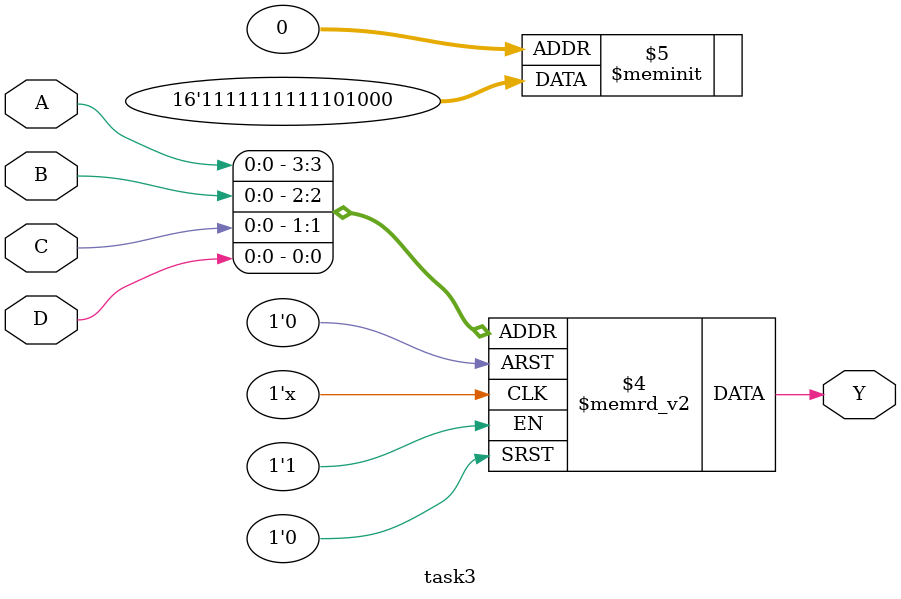
<source format=v>
module task3(A,B,C,D,Y);
  output Y;
  input A,B,C,D;
  reg Y;
  always@(A or B or C or D)
    case({A,B,C,D})
      4'b0000: Y=0;
      4'b0001: Y=0;
      4'b0010: Y=0;
      4'b0011: Y=1;
      4'b0100: Y=0;
      4'b0101: Y=1;
      4'b0110: Y=1;
      4'b0111: Y=1;
      4'b1000: Y=1;
      4'b1001: Y=1;
      4'b1010: Y=1;
      4'b1011: Y=1;
      4'b1100: Y=1;
      4'b1101: Y=1;
      4'b1110: Y=1;
      4'b1111: Y=1;
    endcase
endmodule

</source>
